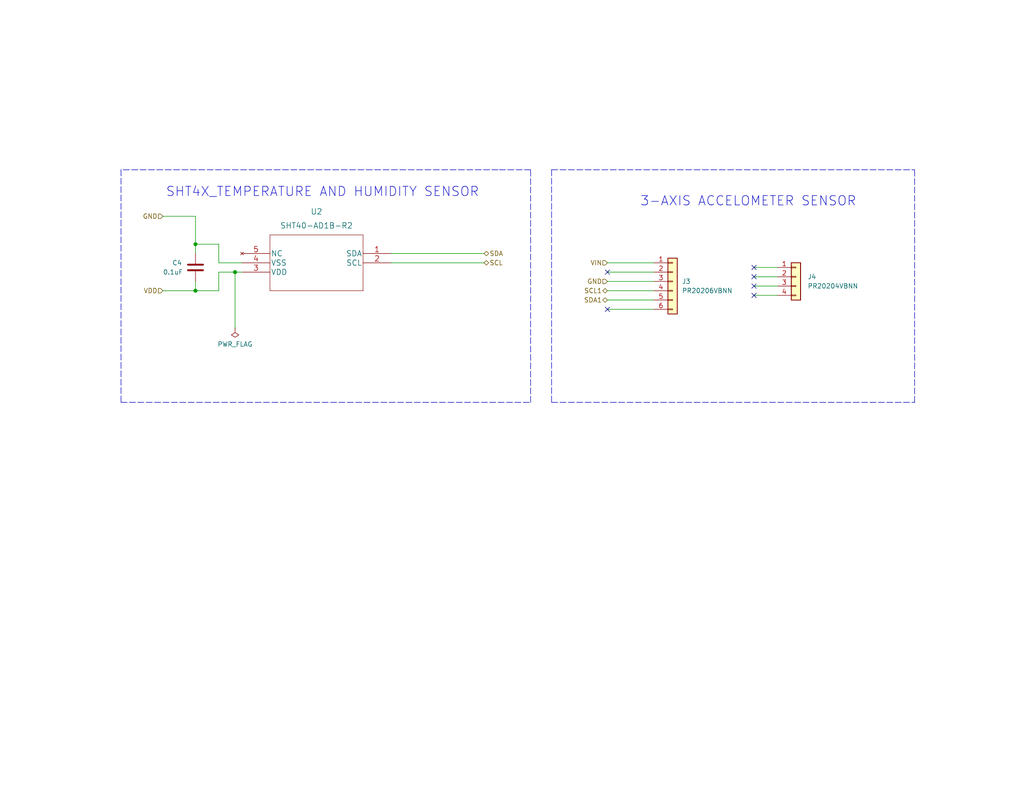
<source format=kicad_sch>
(kicad_sch (version 20211123) (generator eeschema)

  (uuid 971ce0f4-8fdc-4b4d-8afe-4d4aa88613ff)

  (paper "A")

  (lib_symbols
    (symbol "2022-02-02_23-27-13:SHT40-AD1B-R2" (pin_names (offset 0.254)) (in_bom yes) (on_board yes)
      (property "Reference" "U" (id 0) (at 20.32 10.16 0)
        (effects (font (size 1.524 1.524)))
      )
      (property "Value" "SHT40-AD1B-R2" (id 1) (at 20.32 7.62 0)
        (effects (font (size 1.524 1.524)))
      )
      (property "Footprint" "SHT4x_SEN" (id 2) (at 20.32 6.096 0)
        (effects (font (size 1.524 1.524)) hide)
      )
      (property "Datasheet" "" (id 3) (at 0 0 0)
        (effects (font (size 1.524 1.524)))
      )
      (property "ki_locked" "" (id 4) (at 0 0 0)
        (effects (font (size 1.27 1.27)))
      )
      (property "ki_fp_filters" "SHT4x_SEN SHT4x_SEN-M SHT4x_SEN-L" (id 5) (at 0 0 0)
        (effects (font (size 1.27 1.27)) hide)
      )
      (symbol "SHT40-AD1B-R2_1_1"
        (polyline
          (pts
            (xy 7.62 -10.16)
            (xy 33.02 -10.16)
          )
          (stroke (width 0.127) (type default) (color 0 0 0 0))
          (fill (type none))
        )
        (polyline
          (pts
            (xy 7.62 5.08)
            (xy 7.62 -10.16)
          )
          (stroke (width 0.127) (type default) (color 0 0 0 0))
          (fill (type none))
        )
        (polyline
          (pts
            (xy 33.02 -10.16)
            (xy 33.02 5.08)
          )
          (stroke (width 0.127) (type default) (color 0 0 0 0))
          (fill (type none))
        )
        (polyline
          (pts
            (xy 33.02 5.08)
            (xy 7.62 5.08)
          )
          (stroke (width 0.127) (type default) (color 0 0 0 0))
          (fill (type none))
        )
        (pin bidirectional line (at 0 0 0) (length 7.62)
          (name "SDA" (effects (font (size 1.4986 1.4986))))
          (number "1" (effects (font (size 1.4986 1.4986))))
        )
        (pin input line (at 0 -2.54 0) (length 7.62)
          (name "SCL" (effects (font (size 1.4986 1.4986))))
          (number "2" (effects (font (size 1.4986 1.4986))))
        )
        (pin power_in line (at 40.64 -5.08 180) (length 7.62)
          (name "VDD" (effects (font (size 1.4986 1.4986))))
          (number "3" (effects (font (size 1.4986 1.4986))))
        )
        (pin power_in line (at 40.64 -2.54 180) (length 7.62)
          (name "VSS" (effects (font (size 1.4986 1.4986))))
          (number "4" (effects (font (size 1.4986 1.4986))))
        )
        (pin no_connect line (at 40.64 0 180) (length 7.62)
          (name "NC" (effects (font (size 1.4986 1.4986))))
          (number "5" (effects (font (size 1.4986 1.4986))))
        )
      )
    )
    (symbol "Connector_Generic:Conn_01x04" (pin_names (offset 1.016) hide) (in_bom yes) (on_board yes)
      (property "Reference" "J" (id 0) (at 0 5.08 0)
        (effects (font (size 1.27 1.27)))
      )
      (property "Value" "Conn_01x04" (id 1) (at 0 -7.62 0)
        (effects (font (size 1.27 1.27)))
      )
      (property "Footprint" "" (id 2) (at 0 0 0)
        (effects (font (size 1.27 1.27)) hide)
      )
      (property "Datasheet" "~" (id 3) (at 0 0 0)
        (effects (font (size 1.27 1.27)) hide)
      )
      (property "ki_keywords" "connector" (id 4) (at 0 0 0)
        (effects (font (size 1.27 1.27)) hide)
      )
      (property "ki_description" "Generic connector, single row, 01x04, script generated (kicad-library-utils/schlib/autogen/connector/)" (id 5) (at 0 0 0)
        (effects (font (size 1.27 1.27)) hide)
      )
      (property "ki_fp_filters" "Connector*:*_1x??_*" (id 6) (at 0 0 0)
        (effects (font (size 1.27 1.27)) hide)
      )
      (symbol "Conn_01x04_1_1"
        (rectangle (start -1.27 -4.953) (end 0 -5.207)
          (stroke (width 0.1524) (type default) (color 0 0 0 0))
          (fill (type none))
        )
        (rectangle (start -1.27 -2.413) (end 0 -2.667)
          (stroke (width 0.1524) (type default) (color 0 0 0 0))
          (fill (type none))
        )
        (rectangle (start -1.27 0.127) (end 0 -0.127)
          (stroke (width 0.1524) (type default) (color 0 0 0 0))
          (fill (type none))
        )
        (rectangle (start -1.27 2.667) (end 0 2.413)
          (stroke (width 0.1524) (type default) (color 0 0 0 0))
          (fill (type none))
        )
        (rectangle (start -1.27 3.81) (end 1.27 -6.35)
          (stroke (width 0.254) (type default) (color 0 0 0 0))
          (fill (type background))
        )
        (pin passive line (at -5.08 2.54 0) (length 3.81)
          (name "Pin_1" (effects (font (size 1.27 1.27))))
          (number "1" (effects (font (size 1.27 1.27))))
        )
        (pin passive line (at -5.08 0 0) (length 3.81)
          (name "Pin_2" (effects (font (size 1.27 1.27))))
          (number "2" (effects (font (size 1.27 1.27))))
        )
        (pin passive line (at -5.08 -2.54 0) (length 3.81)
          (name "Pin_3" (effects (font (size 1.27 1.27))))
          (number "3" (effects (font (size 1.27 1.27))))
        )
        (pin passive line (at -5.08 -5.08 0) (length 3.81)
          (name "Pin_4" (effects (font (size 1.27 1.27))))
          (number "4" (effects (font (size 1.27 1.27))))
        )
      )
    )
    (symbol "Connector_Generic:Conn_01x06" (pin_names (offset 1.016) hide) (in_bom yes) (on_board yes)
      (property "Reference" "J" (id 0) (at 0 7.62 0)
        (effects (font (size 1.27 1.27)))
      )
      (property "Value" "Conn_01x06" (id 1) (at 0 -10.16 0)
        (effects (font (size 1.27 1.27)))
      )
      (property "Footprint" "" (id 2) (at 0 0 0)
        (effects (font (size 1.27 1.27)) hide)
      )
      (property "Datasheet" "~" (id 3) (at 0 0 0)
        (effects (font (size 1.27 1.27)) hide)
      )
      (property "ki_keywords" "connector" (id 4) (at 0 0 0)
        (effects (font (size 1.27 1.27)) hide)
      )
      (property "ki_description" "Generic connector, single row, 01x06, script generated (kicad-library-utils/schlib/autogen/connector/)" (id 5) (at 0 0 0)
        (effects (font (size 1.27 1.27)) hide)
      )
      (property "ki_fp_filters" "Connector*:*_1x??_*" (id 6) (at 0 0 0)
        (effects (font (size 1.27 1.27)) hide)
      )
      (symbol "Conn_01x06_1_1"
        (rectangle (start -1.27 -7.493) (end 0 -7.747)
          (stroke (width 0.1524) (type default) (color 0 0 0 0))
          (fill (type none))
        )
        (rectangle (start -1.27 -4.953) (end 0 -5.207)
          (stroke (width 0.1524) (type default) (color 0 0 0 0))
          (fill (type none))
        )
        (rectangle (start -1.27 -2.413) (end 0 -2.667)
          (stroke (width 0.1524) (type default) (color 0 0 0 0))
          (fill (type none))
        )
        (rectangle (start -1.27 0.127) (end 0 -0.127)
          (stroke (width 0.1524) (type default) (color 0 0 0 0))
          (fill (type none))
        )
        (rectangle (start -1.27 2.667) (end 0 2.413)
          (stroke (width 0.1524) (type default) (color 0 0 0 0))
          (fill (type none))
        )
        (rectangle (start -1.27 5.207) (end 0 4.953)
          (stroke (width 0.1524) (type default) (color 0 0 0 0))
          (fill (type none))
        )
        (rectangle (start -1.27 6.35) (end 1.27 -8.89)
          (stroke (width 0.254) (type default) (color 0 0 0 0))
          (fill (type background))
        )
        (pin passive line (at -5.08 5.08 0) (length 3.81)
          (name "Pin_1" (effects (font (size 1.27 1.27))))
          (number "1" (effects (font (size 1.27 1.27))))
        )
        (pin passive line (at -5.08 2.54 0) (length 3.81)
          (name "Pin_2" (effects (font (size 1.27 1.27))))
          (number "2" (effects (font (size 1.27 1.27))))
        )
        (pin passive line (at -5.08 0 0) (length 3.81)
          (name "Pin_3" (effects (font (size 1.27 1.27))))
          (number "3" (effects (font (size 1.27 1.27))))
        )
        (pin passive line (at -5.08 -2.54 0) (length 3.81)
          (name "Pin_4" (effects (font (size 1.27 1.27))))
          (number "4" (effects (font (size 1.27 1.27))))
        )
        (pin passive line (at -5.08 -5.08 0) (length 3.81)
          (name "Pin_5" (effects (font (size 1.27 1.27))))
          (number "5" (effects (font (size 1.27 1.27))))
        )
        (pin passive line (at -5.08 -7.62 0) (length 3.81)
          (name "Pin_6" (effects (font (size 1.27 1.27))))
          (number "6" (effects (font (size 1.27 1.27))))
        )
      )
    )
    (symbol "Device:C" (pin_numbers hide) (pin_names (offset 0.254)) (in_bom yes) (on_board yes)
      (property "Reference" "C" (id 0) (at 0.635 2.54 0)
        (effects (font (size 1.27 1.27)) (justify left))
      )
      (property "Value" "C" (id 1) (at 0.635 -2.54 0)
        (effects (font (size 1.27 1.27)) (justify left))
      )
      (property "Footprint" "" (id 2) (at 0.9652 -3.81 0)
        (effects (font (size 1.27 1.27)) hide)
      )
      (property "Datasheet" "~" (id 3) (at 0 0 0)
        (effects (font (size 1.27 1.27)) hide)
      )
      (property "ki_keywords" "cap capacitor" (id 4) (at 0 0 0)
        (effects (font (size 1.27 1.27)) hide)
      )
      (property "ki_description" "Unpolarized capacitor" (id 5) (at 0 0 0)
        (effects (font (size 1.27 1.27)) hide)
      )
      (property "ki_fp_filters" "C_*" (id 6) (at 0 0 0)
        (effects (font (size 1.27 1.27)) hide)
      )
      (symbol "C_0_1"
        (polyline
          (pts
            (xy -2.032 -0.762)
            (xy 2.032 -0.762)
          )
          (stroke (width 0.508) (type default) (color 0 0 0 0))
          (fill (type none))
        )
        (polyline
          (pts
            (xy -2.032 0.762)
            (xy 2.032 0.762)
          )
          (stroke (width 0.508) (type default) (color 0 0 0 0))
          (fill (type none))
        )
      )
      (symbol "C_1_1"
        (pin passive line (at 0 3.81 270) (length 2.794)
          (name "~" (effects (font (size 1.27 1.27))))
          (number "1" (effects (font (size 1.27 1.27))))
        )
        (pin passive line (at 0 -3.81 90) (length 2.794)
          (name "~" (effects (font (size 1.27 1.27))))
          (number "2" (effects (font (size 1.27 1.27))))
        )
      )
    )
    (symbol "power:PWR_FLAG" (power) (pin_numbers hide) (pin_names (offset 0) hide) (in_bom yes) (on_board yes)
      (property "Reference" "#FLG" (id 0) (at 0 1.905 0)
        (effects (font (size 1.27 1.27)) hide)
      )
      (property "Value" "PWR_FLAG" (id 1) (at 0 3.81 0)
        (effects (font (size 1.27 1.27)))
      )
      (property "Footprint" "" (id 2) (at 0 0 0)
        (effects (font (size 1.27 1.27)) hide)
      )
      (property "Datasheet" "~" (id 3) (at 0 0 0)
        (effects (font (size 1.27 1.27)) hide)
      )
      (property "ki_keywords" "power-flag" (id 4) (at 0 0 0)
        (effects (font (size 1.27 1.27)) hide)
      )
      (property "ki_description" "Special symbol for telling ERC where power comes from" (id 5) (at 0 0 0)
        (effects (font (size 1.27 1.27)) hide)
      )
      (symbol "PWR_FLAG_0_0"
        (pin power_out line (at 0 0 90) (length 0)
          (name "pwr" (effects (font (size 1.27 1.27))))
          (number "1" (effects (font (size 1.27 1.27))))
        )
      )
      (symbol "PWR_FLAG_0_1"
        (polyline
          (pts
            (xy 0 0)
            (xy 0 1.27)
            (xy -1.016 1.905)
            (xy 0 2.54)
            (xy 1.016 1.905)
            (xy 0 1.27)
          )
          (stroke (width 0) (type default) (color 0 0 0 0))
          (fill (type none))
        )
      )
    )
  )

  (junction (at 53.34 79.375) (diameter 0) (color 0 0 0 0)
    (uuid 5b35a69b-23bd-41df-b138-a8dd11771199)
  )
  (junction (at 53.34 66.675) (diameter 0) (color 0 0 0 0)
    (uuid f5d3be17-1a1a-43c4-b2df-39ebe15b4d13)
  )
  (junction (at 64.135 74.295) (diameter 0) (color 0 0 0 0)
    (uuid f8f4954e-2adf-4e0a-ab8b-4537d688bce5)
  )

  (no_connect (at 165.735 74.295) (uuid 1eb7f254-48cb-4909-bb4e-ea205d00f94d))
  (no_connect (at 205.74 80.645) (uuid 714ae163-40d6-4070-8ef1-1cc969233504))
  (no_connect (at 205.74 73.025) (uuid 714ae163-40d6-4070-8ef1-1cc969233505))
  (no_connect (at 205.74 75.565) (uuid 714ae163-40d6-4070-8ef1-1cc969233506))
  (no_connect (at 205.74 78.105) (uuid 714ae163-40d6-4070-8ef1-1cc969233507))
  (no_connect (at 165.735 84.455) (uuid fe661f23-1260-4851-b6c6-82d819413c46))

  (wire (pts (xy 59.69 79.375) (xy 53.34 79.375))
    (stroke (width 0) (type default) (color 0 0 0 0))
    (uuid 04350704-3793-4c78-8849-9dfd5262bfc4)
  )
  (wire (pts (xy 205.74 75.565) (xy 212.09 75.565))
    (stroke (width 0) (type default) (color 0 0 0 0))
    (uuid 0d59ccdb-ca43-4794-a55c-dd8f66bcd306)
  )
  (wire (pts (xy 132.08 71.755) (xy 106.68 71.755))
    (stroke (width 0) (type default) (color 0 0 0 0))
    (uuid 1c48de96-660e-41f7-ae00-4e078a1e7260)
  )
  (wire (pts (xy 53.34 66.675) (xy 53.34 59.055))
    (stroke (width 0) (type default) (color 0 0 0 0))
    (uuid 20ede70d-3349-4191-8195-30660a16da06)
  )
  (wire (pts (xy 165.735 81.915) (xy 178.435 81.915))
    (stroke (width 0) (type default) (color 0 0 0 0))
    (uuid 21c38b74-eaef-4459-913e-2e1a2171cae9)
  )
  (polyline (pts (xy 144.78 109.855) (xy 144.78 46.355))
    (stroke (width 0) (type default) (color 0 0 0 0))
    (uuid 24459368-ec1c-425e-b0ba-3ccb1f827800)
  )

  (wire (pts (xy 59.69 71.755) (xy 59.69 66.675))
    (stroke (width 0) (type default) (color 0 0 0 0))
    (uuid 2938458a-5dd5-4190-873f-b71c45e32aff)
  )
  (wire (pts (xy 53.34 69.215) (xy 53.34 66.675))
    (stroke (width 0) (type default) (color 0 0 0 0))
    (uuid 29a7ca17-9ca8-436b-b088-d64202bc56d4)
  )
  (wire (pts (xy 132.08 69.215) (xy 106.68 69.215))
    (stroke (width 0) (type default) (color 0 0 0 0))
    (uuid 3df8c820-4640-48cd-afc6-cf39e3e47bec)
  )
  (wire (pts (xy 205.74 73.025) (xy 212.09 73.025))
    (stroke (width 0) (type default) (color 0 0 0 0))
    (uuid 458f7962-6bbf-405d-9ba6-3f8e2b2cfd7a)
  )
  (polyline (pts (xy 135.89 46.355) (xy 33.02 46.355))
    (stroke (width 0) (type default) (color 0 0 0 0))
    (uuid 459f5896-b61b-410b-b1a3-1cb7c7164873)
  )

  (wire (pts (xy 165.735 84.455) (xy 178.435 84.455))
    (stroke (width 0) (type default) (color 0 0 0 0))
    (uuid 4eca2448-a9a0-40ec-858c-5283f6cf5964)
  )
  (wire (pts (xy 66.04 71.755) (xy 59.69 71.755))
    (stroke (width 0) (type default) (color 0 0 0 0))
    (uuid 4fe7ae2f-879b-48a5-9735-62762a5579b5)
  )
  (polyline (pts (xy 33.02 109.855) (xy 144.78 109.855))
    (stroke (width 0) (type default) (color 0 0 0 0))
    (uuid 5016bad1-8f3b-4b0f-899e-ebb170dbf24b)
  )

  (wire (pts (xy 53.34 59.055) (xy 44.45 59.055))
    (stroke (width 0) (type default) (color 0 0 0 0))
    (uuid 56d5912b-cf2f-423e-9590-21b4a4cb3ccd)
  )
  (wire (pts (xy 59.69 74.295) (xy 59.69 79.375))
    (stroke (width 0) (type default) (color 0 0 0 0))
    (uuid 63246ac4-612f-4962-94ff-abb7d485f546)
  )
  (wire (pts (xy 165.735 76.835) (xy 178.435 76.835))
    (stroke (width 0) (type default) (color 0 0 0 0))
    (uuid 63963bbd-ffc4-4be3-a489-008856767cc8)
  )
  (wire (pts (xy 64.135 74.295) (xy 64.135 89.535))
    (stroke (width 0) (type default) (color 0 0 0 0))
    (uuid 6c864d85-37de-41d9-a2ed-9e7d556bb188)
  )
  (polyline (pts (xy 150.495 46.355) (xy 150.495 109.855))
    (stroke (width 0) (type default) (color 0 0 0 0))
    (uuid 728fc2e8-7d6e-4106-a9ca-51cc731ecc13)
  )

  (wire (pts (xy 205.74 80.645) (xy 212.09 80.645))
    (stroke (width 0) (type default) (color 0 0 0 0))
    (uuid 7303758d-6c4b-44ae-b4c0-11c673c9c76e)
  )
  (polyline (pts (xy 150.495 46.355) (xy 249.555 46.355))
    (stroke (width 0) (type default) (color 0 0 0 0))
    (uuid 7a84d882-c425-4e24-84ef-e7596aeb4568)
  )
  (polyline (pts (xy 33.02 46.355) (xy 33.02 109.855))
    (stroke (width 0) (type default) (color 0 0 0 0))
    (uuid 84dd03a2-4641-43d6-803c-ed4d22360a44)
  )

  (wire (pts (xy 64.135 74.295) (xy 59.69 74.295))
    (stroke (width 0) (type default) (color 0 0 0 0))
    (uuid 85154928-f657-4d47-be28-e1d7205457dc)
  )
  (polyline (pts (xy 144.78 46.355) (xy 135.89 46.355))
    (stroke (width 0) (type default) (color 0 0 0 0))
    (uuid 887ed803-b1d8-46f2-9c86-81a01808a356)
  )

  (wire (pts (xy 53.34 79.375) (xy 44.45 79.375))
    (stroke (width 0) (type default) (color 0 0 0 0))
    (uuid 8a020f88-8ca6-4d2d-8699-e11be13e4ab3)
  )
  (wire (pts (xy 165.735 79.375) (xy 178.435 79.375))
    (stroke (width 0) (type default) (color 0 0 0 0))
    (uuid a4d86b21-fcbd-4c95-a620-1a6b5e6a09e1)
  )
  (wire (pts (xy 66.04 74.295) (xy 64.135 74.295))
    (stroke (width 0) (type default) (color 0 0 0 0))
    (uuid b859d0ca-0c9b-4b2c-a9ff-7b8340040d7c)
  )
  (polyline (pts (xy 249.555 109.855) (xy 249.555 46.355))
    (stroke (width 0) (type default) (color 0 0 0 0))
    (uuid b93c9b3e-7909-46f0-95d1-165f04325614)
  )

  (wire (pts (xy 165.735 74.295) (xy 178.435 74.295))
    (stroke (width 0) (type default) (color 0 0 0 0))
    (uuid bce65546-dd30-42e8-b39f-9ad8d638dfdd)
  )
  (wire (pts (xy 59.69 66.675) (xy 53.34 66.675))
    (stroke (width 0) (type default) (color 0 0 0 0))
    (uuid bd02dd2d-1045-49fd-82d5-0f7cbce8612e)
  )
  (wire (pts (xy 53.34 76.835) (xy 53.34 79.375))
    (stroke (width 0) (type default) (color 0 0 0 0))
    (uuid e0601dab-bbad-4f20-aa81-b79bc91c41fe)
  )
  (polyline (pts (xy 150.495 109.855) (xy 249.555 109.855))
    (stroke (width 0) (type default) (color 0 0 0 0))
    (uuid e2fc33fe-b036-4d9e-83b4-d497bb6b69f4)
  )

  (wire (pts (xy 165.735 71.755) (xy 178.435 71.755))
    (stroke (width 0) (type default) (color 0 0 0 0))
    (uuid f0baa13e-f2f2-4b66-8857-58bc2ca21389)
  )
  (wire (pts (xy 205.74 78.105) (xy 212.09 78.105))
    (stroke (width 0) (type default) (color 0 0 0 0))
    (uuid ff8d4b4f-1568-4722-925f-3ee2deb15f0c)
  )

  (text "SHT4X_TEMPERATURE AND HUMIDITY SENSOR" (at 130.81 53.975 180)
    (effects (font (size 2.54 2.54)) (justify right bottom))
    (uuid 2c0f3057-59af-42b4-8d8b-4f4299a15b6d)
  )
  (text "3-AXIS ACCELOMETER SENSOR" (at 174.625 56.515 0)
    (effects (font (size 2.54 2.54)) (justify left bottom))
    (uuid 60c6d6e7-4d1b-4550-9fb3-28bfb4b82051)
  )

  (hierarchical_label "VIN" (shape input) (at 165.735 71.755 180)
    (effects (font (size 1.27 1.27)) (justify right))
    (uuid 32e61bfc-d546-4722-ac49-cbb99c79a789)
  )
  (hierarchical_label "SDA" (shape bidirectional) (at 132.08 69.215 0)
    (effects (font (size 1.27 1.27)) (justify left))
    (uuid 33251583-4fb6-48b1-a51e-9e72f9198f17)
  )
  (hierarchical_label "VDD" (shape input) (at 44.45 79.375 180)
    (effects (font (size 1.27 1.27)) (justify right))
    (uuid 40b12eb7-7369-4771-85fa-e0d4417221d3)
  )
  (hierarchical_label "SCL" (shape bidirectional) (at 132.08 71.755 0)
    (effects (font (size 1.27 1.27)) (justify left))
    (uuid 4e84cf6e-672f-41bd-9cc4-e7c0362e82d7)
  )
  (hierarchical_label "GND" (shape input) (at 165.735 76.835 180)
    (effects (font (size 1.27 1.27)) (justify right))
    (uuid 5d80b180-4ecf-4a85-8ca5-c3e3c5be25d8)
  )
  (hierarchical_label "GND" (shape input) (at 44.45 59.055 180)
    (effects (font (size 1.27 1.27)) (justify right))
    (uuid 8b67b4df-484d-4ea5-bad2-c5b629276493)
  )
  (hierarchical_label "SDA1" (shape bidirectional) (at 165.735 81.915 180)
    (effects (font (size 1.27 1.27)) (justify right))
    (uuid df699d05-f3ff-44b4-b9bc-b87669523222)
  )
  (hierarchical_label "SCL1" (shape bidirectional) (at 165.735 79.375 180)
    (effects (font (size 1.27 1.27)) (justify right))
    (uuid e204835b-3c25-4599-a1ad-a95947b285b0)
  )

  (symbol (lib_id "Device:C") (at 53.34 73.025 0) (mirror x) (unit 1)
    (in_bom yes) (on_board yes)
    (uuid 423ce17b-2785-470a-aae6-74874961b9eb)
    (property "Reference" "C4" (id 0) (at 46.99 71.755 0)
      (effects (font (size 1.27 1.27)) (justify left))
    )
    (property "Value" "0.1uF" (id 1) (at 44.45 74.295 0)
      (effects (font (size 1.27 1.27)) (justify left))
    )
    (property "Footprint" "Capacitor_SMD:C_0603_1608Metric_Pad1.08x0.95mm_HandSolder" (id 2) (at 54.3052 69.215 0)
      (effects (font (size 1.27 1.27)) hide)
    )
    (property "Datasheet" "~" (id 3) (at 53.34 73.025 0)
      (effects (font (size 1.27 1.27)) hide)
    )
    (property "Voltage" "25V" (id 4) (at 53.34 73.025 0)
      (effects (font (size 1.27 1.27)) hide)
    )
    (property "Mfr. #" "CL10B104KA8NNNC" (id 5) (at 53.34 73.025 0)
      (effects (font (size 1.27 1.27)) hide)
    )
    (property "Order" "https://www.digikey.com/product-detail/en/samsung-electro-mechanics/CL10B104KA8NNNC/1276-1006-1-ND/3889092" (id 6) (at 53.34 73.025 0)
      (effects (font (size 1.27 1.27)) hide)
    )
    (pin "1" (uuid 97d5adb0-7bf3-4ff1-a7ef-a4c78816d80f))
    (pin "2" (uuid 3bc85806-2f9b-4611-a947-3169fc22e087))
  )

  (symbol (lib_id "power:PWR_FLAG") (at 64.135 89.535 180) (unit 1)
    (in_bom yes) (on_board yes) (fields_autoplaced)
    (uuid 9e5bef38-9800-4668-b098-e7ab2ba599ab)
    (property "Reference" "#FLG0102" (id 0) (at 64.135 91.44 0)
      (effects (font (size 1.27 1.27)) hide)
    )
    (property "Value" "PWR_FLAG" (id 1) (at 64.135 93.98 0))
    (property "Footprint" "" (id 2) (at 64.135 89.535 0)
      (effects (font (size 1.27 1.27)) hide)
    )
    (property "Datasheet" "~" (id 3) (at 64.135 89.535 0)
      (effects (font (size 1.27 1.27)) hide)
    )
    (pin "1" (uuid bf22be03-d76a-41ea-b394-227b99dd44f0))
  )

  (symbol (lib_id "Connector_Generic:Conn_01x06") (at 183.515 76.835 0) (unit 1)
    (in_bom yes) (on_board yes) (fields_autoplaced)
    (uuid 9ed03423-b6ef-4bb6-b432-c288d55eeee5)
    (property "Reference" "J3" (id 0) (at 186.055 76.8349 0)
      (effects (font (size 1.27 1.27)) (justify left))
    )
    (property "Value" "PR20206VBNN" (id 1) (at 186.055 79.3749 0)
      (effects (font (size 1.27 1.27)) (justify left))
    )
    (property "Footprint" "Connector_PinHeader_2.54mm:PinHeader_1x06_P2.54mm_Vertical" (id 2) (at 183.515 76.835 0)
      (effects (font (size 1.27 1.27)) hide)
    )
    (property "Datasheet" "~" (id 3) (at 183.515 76.835 0)
      (effects (font (size 1.27 1.27)) hide)
    )
    (pin "1" (uuid df1e1987-651a-443c-bf0b-fd06a5547665))
    (pin "2" (uuid 0e2c87df-9f98-44a6-ade6-078865aa518d))
    (pin "3" (uuid 8ee4dbc7-d1d9-45c2-9601-6128029c6cc4))
    (pin "4" (uuid d4f0ed71-8e02-41ac-883d-e8bb98926fea))
    (pin "5" (uuid ead53f39-c0cb-4b8c-8917-650bfd7f2746))
    (pin "6" (uuid 2d2259d1-bad7-407a-9a70-2ebb1d9ac7d5))
  )

  (symbol (lib_id "Connector_Generic:Conn_01x04") (at 217.17 75.565 0) (unit 1)
    (in_bom yes) (on_board yes) (fields_autoplaced)
    (uuid adb484dc-73c8-4e47-871f-1a5ed34a3c70)
    (property "Reference" "J4" (id 0) (at 220.345 75.5649 0)
      (effects (font (size 1.27 1.27)) (justify left))
    )
    (property "Value" "PR20204VBNN" (id 1) (at 220.345 78.1049 0)
      (effects (font (size 1.27 1.27)) (justify left))
    )
    (property "Footprint" "Connector_PinHeader_2.54mm:PinHeader_1x04_P2.54mm_Vertical" (id 2) (at 217.17 75.565 0)
      (effects (font (size 1.27 1.27)) hide)
    )
    (property "Datasheet" "~" (id 3) (at 217.17 75.565 0)
      (effects (font (size 1.27 1.27)) hide)
    )
    (pin "1" (uuid 7834f5a0-eb26-48f3-86a4-91d34cfb1b1f))
    (pin "2" (uuid 029ead16-1b5d-4d69-b121-040580eb7903))
    (pin "3" (uuid bd993be6-e950-4c8c-bc13-9f7bd7350d53))
    (pin "4" (uuid 88b375d0-e9df-4721-ad33-6ced829fb5e6))
  )

  (symbol (lib_id "2022-02-02_23-27-13:SHT40-AD1B-R2") (at 106.68 69.215 0) (mirror y) (unit 1)
    (in_bom yes) (on_board yes) (fields_autoplaced)
    (uuid d8820767-5726-4bc9-9261-895d21e1813b)
    (property "Reference" "U2" (id 0) (at 86.36 57.785 0)
      (effects (font (size 1.524 1.524)))
    )
    (property "Value" "SHT40-AD1B-R2" (id 1) (at 86.36 61.595 0)
      (effects (font (size 1.524 1.524)))
    )
    (property "Footprint" "tem_sensor:SHT40-AD1B-R2" (id 2) (at 86.36 63.119 0)
      (effects (font (size 1.524 1.524)) hide)
    )
    (property "Datasheet" "" (id 3) (at 106.68 69.215 0)
      (effects (font (size 1.524 1.524)))
    )
    (pin "1" (uuid 55a651a7-64c0-413f-8e11-f6ffa982c253))
    (pin "2" (uuid 923cf64f-b170-4b42-bd6b-a927ed8d4405))
    (pin "3" (uuid 7964a782-1866-4875-974d-296beb9013a1))
    (pin "4" (uuid a6aeaa36-1d04-4855-8e76-a9f636f1fd56))
    (pin "5" (uuid c3cdce74-aba5-4051-bde0-c4af2cc5c4d0))
  )
)

</source>
